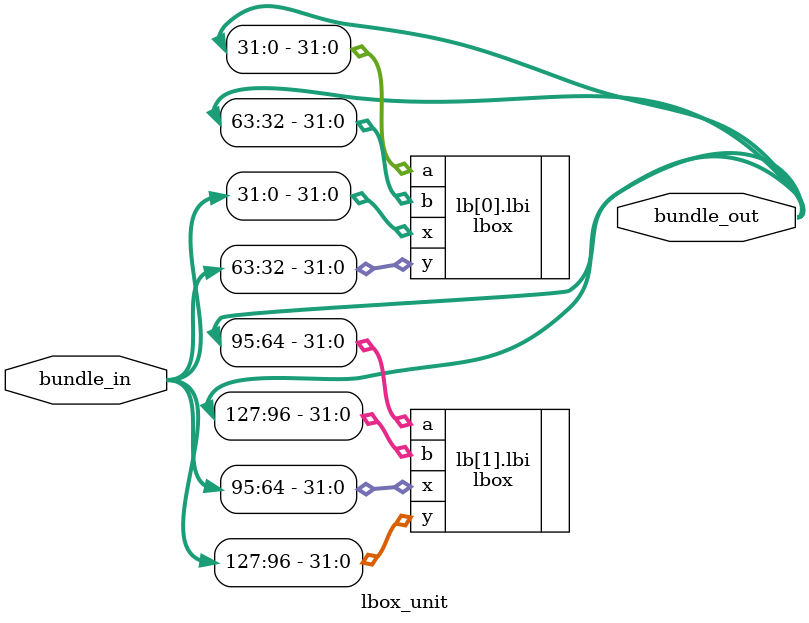
<source format=v>
/*
    This module performs the Lbox layer.
    This layer can be serialized using the 
    PDLBOX parameter (power of two lbox divider).
    More specifically:
        PDLBOX= 
        0: 2 Lboxes (128-bits processed in parallel)
        1: 1 Lbox (64-bits processed in parallel) 
*/
module lbox_unit
#
(
    parameter PDLBOX = 0,
    // Number of state bits.
    parameter Nbits = 128
)
(
    bundle_in,
    bundle_out
);

// Generation params ////////////////
// Amount of LB bundles
localparam AM_COLS_bund = 2**PDLBOX; 
// Size of LB bundles
localparam SIZE_LBOX_bund = Nbits/AM_COLS_bund; 
// Amount of LB
localparam AM_LB = 2/AM_COLS_bund;

// Ios ports 
input [SIZE_LBOX_bund-1:0] bundle_in;
output [SIZE_LBOX_bund-1:0] bundle_out;


localparam Nbdiv2 = Nbits/2;
localparam Nbdiv4 = Nbits/4;

genvar i;
generate
for(i=0;i<AM_LB;i=i+1) begin: lb
    lbox lbi(
        //.x(bundle_in[31+64*i:64*i]),
        .x(bundle_in[i*Nbdiv2 +: Nbdiv4]),
        .y(bundle_in[i*Nbdiv2 + Nbdiv4 +: Nbdiv4]),
        .a(bundle_out[i*Nbdiv2 +: Nbdiv4]),
        .b(bundle_out[i*Nbdiv2 + Nbdiv4 +: Nbdiv4])
    );
end
endgenerate


endmodule

</source>
